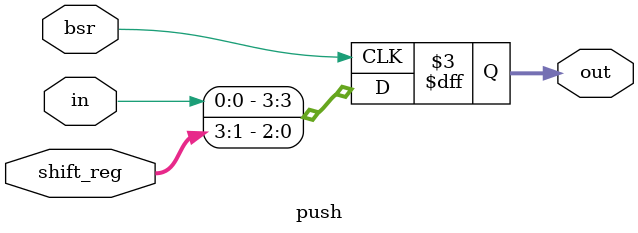
<source format=v>
  module push ( input in, 
								input bsr,
								input [3:0]shift_reg,
								output reg [3:0]out);   
								

	initial out = 0;				
								
	always @ (posedge bsr)
			begin	//push
				out <= {in, shift_reg[3:1]};		  
			end
endmodule


</source>
